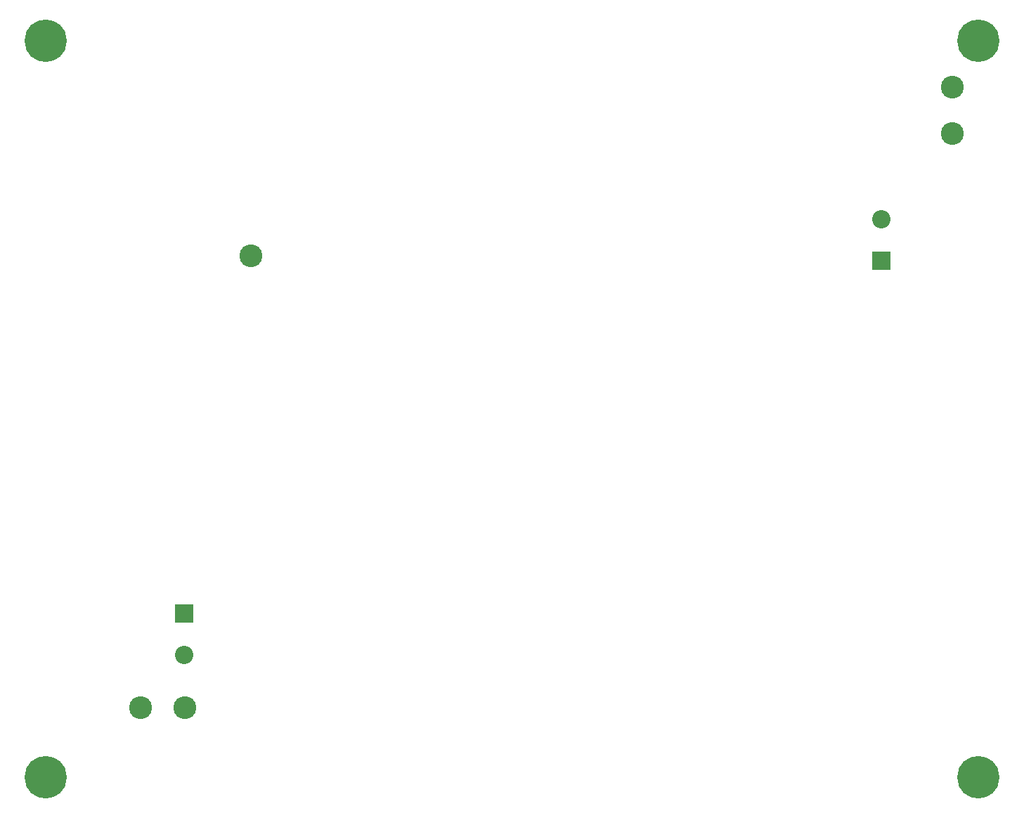
<source format=gbs>
G04*
G04 #@! TF.GenerationSoftware,Altium Limited,Altium Designer,21.6.4 (81)*
G04*
G04 Layer_Color=16711935*
%FSLAX25Y25*%
%MOIN*%
G70*
G04*
G04 #@! TF.SameCoordinates,9BFF0DD7-AB89-4675-BB4A-08C2DD0039C6*
G04*
G04*
G04 #@! TF.FilePolarity,Negative*
G04*
G01*
G75*
%ADD58R,0.08674X0.08674*%
%ADD59C,0.08674*%
%ADD60C,0.10800*%
%ADD61C,0.20079*%
D58*
X111500Y537458D02*
D03*
X-219214Y370342D02*
D03*
D59*
X111500Y557142D02*
D03*
X-219214Y350658D02*
D03*
D60*
X-187500Y540000D02*
D03*
X145000Y620000D02*
D03*
Y598000D02*
D03*
X-219000Y325500D02*
D03*
X-240000D02*
D03*
D61*
X-285000Y642000D02*
D03*
Y292500D02*
D03*
X157500Y642000D02*
D03*
Y292500D02*
D03*
M02*

</source>
